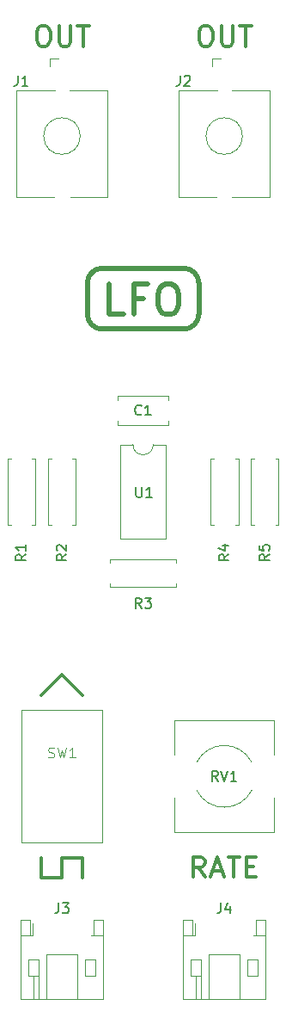
<source format=gbr>
%TF.GenerationSoftware,KiCad,Pcbnew,9.0.1*%
%TF.CreationDate,2025-06-14T19:42:15+10:00*%
%TF.ProjectId,LFO,4c464f2e-6b69-4636-9164-5f7063625858,rev?*%
%TF.SameCoordinates,Original*%
%TF.FileFunction,Legend,Top*%
%TF.FilePolarity,Positive*%
%FSLAX46Y46*%
G04 Gerber Fmt 4.6, Leading zero omitted, Abs format (unit mm)*
G04 Created by KiCad (PCBNEW 9.0.1) date 2025-06-14 19:42:15*
%MOMM*%
%LPD*%
G01*
G04 APERTURE LIST*
%ADD10C,0.500000*%
%ADD11C,0.300000*%
%ADD12C,0.150000*%
%ADD13C,0.100000*%
%ADD14C,0.120000*%
G04 APERTURE END LIST*
D10*
X154000000Y-77999999D02*
G75*
G02*
X155500001Y-79499999I0J-1500001D01*
G01*
D11*
X140000000Y-120000000D02*
X142000000Y-118000000D01*
D10*
X145999999Y-83999999D02*
X154000001Y-84000000D01*
X144499999Y-79499998D02*
X144499999Y-82499998D01*
X145999999Y-84000000D02*
G75*
G02*
X144500000Y-82500000I1J1500000D01*
G01*
D11*
X142000000Y-136000000D02*
X142000000Y-138000000D01*
X142000000Y-136000000D02*
X144000000Y-136000000D01*
D10*
X155500000Y-79499999D02*
X155500000Y-82499999D01*
D11*
X142000000Y-118000000D02*
X144000000Y-120000000D01*
D10*
X144499999Y-79499998D02*
G75*
G02*
X145999999Y-77999999I1500001J-2D01*
G01*
D11*
X140000000Y-136000000D02*
X140000000Y-138000000D01*
D10*
X146000000Y-77999998D02*
X154000000Y-77999999D01*
D11*
X140000000Y-138000000D02*
X142000000Y-138000000D01*
X144000000Y-136000000D02*
X144000000Y-138000000D01*
D10*
X155500001Y-82500000D02*
G75*
G02*
X154000001Y-84000001I-1500001J0D01*
G01*
D11*
X155999999Y-54159638D02*
X156380952Y-54159638D01*
X156380952Y-54159638D02*
X156571428Y-54254876D01*
X156571428Y-54254876D02*
X156761904Y-54445352D01*
X156761904Y-54445352D02*
X156857142Y-54826304D01*
X156857142Y-54826304D02*
X156857142Y-55492971D01*
X156857142Y-55492971D02*
X156761904Y-55873923D01*
X156761904Y-55873923D02*
X156571428Y-56064400D01*
X156571428Y-56064400D02*
X156380952Y-56159638D01*
X156380952Y-56159638D02*
X155999999Y-56159638D01*
X155999999Y-56159638D02*
X155809523Y-56064400D01*
X155809523Y-56064400D02*
X155619047Y-55873923D01*
X155619047Y-55873923D02*
X155523809Y-55492971D01*
X155523809Y-55492971D02*
X155523809Y-54826304D01*
X155523809Y-54826304D02*
X155619047Y-54445352D01*
X155619047Y-54445352D02*
X155809523Y-54254876D01*
X155809523Y-54254876D02*
X155999999Y-54159638D01*
X157714285Y-54159638D02*
X157714285Y-55778685D01*
X157714285Y-55778685D02*
X157809523Y-55969161D01*
X157809523Y-55969161D02*
X157904761Y-56064400D01*
X157904761Y-56064400D02*
X158095237Y-56159638D01*
X158095237Y-56159638D02*
X158476190Y-56159638D01*
X158476190Y-56159638D02*
X158666666Y-56064400D01*
X158666666Y-56064400D02*
X158761904Y-55969161D01*
X158761904Y-55969161D02*
X158857142Y-55778685D01*
X158857142Y-55778685D02*
X158857142Y-54159638D01*
X159523809Y-54159638D02*
X160666666Y-54159638D01*
X160095237Y-56159638D02*
X160095237Y-54159638D01*
X156095238Y-137909638D02*
X155428571Y-136957257D01*
X154952381Y-137909638D02*
X154952381Y-135909638D01*
X154952381Y-135909638D02*
X155714286Y-135909638D01*
X155714286Y-135909638D02*
X155904762Y-136004876D01*
X155904762Y-136004876D02*
X156000000Y-136100114D01*
X156000000Y-136100114D02*
X156095238Y-136290590D01*
X156095238Y-136290590D02*
X156095238Y-136576304D01*
X156095238Y-136576304D02*
X156000000Y-136766780D01*
X156000000Y-136766780D02*
X155904762Y-136862019D01*
X155904762Y-136862019D02*
X155714286Y-136957257D01*
X155714286Y-136957257D02*
X154952381Y-136957257D01*
X156857143Y-137338209D02*
X157809524Y-137338209D01*
X156666667Y-137909638D02*
X157333333Y-135909638D01*
X157333333Y-135909638D02*
X158000000Y-137909638D01*
X158380953Y-135909638D02*
X159523810Y-135909638D01*
X158952381Y-137909638D02*
X158952381Y-135909638D01*
X160190477Y-136862019D02*
X160857144Y-136862019D01*
X161142858Y-137909638D02*
X160190477Y-137909638D01*
X160190477Y-137909638D02*
X160190477Y-135909638D01*
X160190477Y-135909638D02*
X161142858Y-135909638D01*
D10*
X148071429Y-82561857D02*
X146642857Y-82561857D01*
X146642857Y-82561857D02*
X146642857Y-79561857D01*
X150071428Y-80990428D02*
X149071428Y-80990428D01*
X149071428Y-82561857D02*
X149071428Y-79561857D01*
X149071428Y-79561857D02*
X150500000Y-79561857D01*
X152214286Y-79561857D02*
X152785714Y-79561857D01*
X152785714Y-79561857D02*
X153071429Y-79704714D01*
X153071429Y-79704714D02*
X153357143Y-79990428D01*
X153357143Y-79990428D02*
X153500000Y-80561857D01*
X153500000Y-80561857D02*
X153500000Y-81561857D01*
X153500000Y-81561857D02*
X153357143Y-82133285D01*
X153357143Y-82133285D02*
X153071429Y-82419000D01*
X153071429Y-82419000D02*
X152785714Y-82561857D01*
X152785714Y-82561857D02*
X152214286Y-82561857D01*
X152214286Y-82561857D02*
X151928572Y-82419000D01*
X151928572Y-82419000D02*
X151642857Y-82133285D01*
X151642857Y-82133285D02*
X151500000Y-81561857D01*
X151500000Y-81561857D02*
X151500000Y-80561857D01*
X151500000Y-80561857D02*
X151642857Y-79990428D01*
X151642857Y-79990428D02*
X151928572Y-79704714D01*
X151928572Y-79704714D02*
X152214286Y-79561857D01*
D11*
X139999999Y-54159638D02*
X140380952Y-54159638D01*
X140380952Y-54159638D02*
X140571428Y-54254876D01*
X140571428Y-54254876D02*
X140761904Y-54445352D01*
X140761904Y-54445352D02*
X140857142Y-54826304D01*
X140857142Y-54826304D02*
X140857142Y-55492971D01*
X140857142Y-55492971D02*
X140761904Y-55873923D01*
X140761904Y-55873923D02*
X140571428Y-56064400D01*
X140571428Y-56064400D02*
X140380952Y-56159638D01*
X140380952Y-56159638D02*
X139999999Y-56159638D01*
X139999999Y-56159638D02*
X139809523Y-56064400D01*
X139809523Y-56064400D02*
X139619047Y-55873923D01*
X139619047Y-55873923D02*
X139523809Y-55492971D01*
X139523809Y-55492971D02*
X139523809Y-54826304D01*
X139523809Y-54826304D02*
X139619047Y-54445352D01*
X139619047Y-54445352D02*
X139809523Y-54254876D01*
X139809523Y-54254876D02*
X139999999Y-54159638D01*
X141714285Y-54159638D02*
X141714285Y-55778685D01*
X141714285Y-55778685D02*
X141809523Y-55969161D01*
X141809523Y-55969161D02*
X141904761Y-56064400D01*
X141904761Y-56064400D02*
X142095237Y-56159638D01*
X142095237Y-56159638D02*
X142476190Y-56159638D01*
X142476190Y-56159638D02*
X142666666Y-56064400D01*
X142666666Y-56064400D02*
X142761904Y-55969161D01*
X142761904Y-55969161D02*
X142857142Y-55778685D01*
X142857142Y-55778685D02*
X142857142Y-54159638D01*
X143523809Y-54159638D02*
X144666666Y-54159638D01*
X144095237Y-56159638D02*
X144095237Y-54159638D01*
D12*
X162454819Y-106166666D02*
X161978628Y-106499999D01*
X162454819Y-106738094D02*
X161454819Y-106738094D01*
X161454819Y-106738094D02*
X161454819Y-106357142D01*
X161454819Y-106357142D02*
X161502438Y-106261904D01*
X161502438Y-106261904D02*
X161550057Y-106214285D01*
X161550057Y-106214285D02*
X161645295Y-106166666D01*
X161645295Y-106166666D02*
X161788152Y-106166666D01*
X161788152Y-106166666D02*
X161883390Y-106214285D01*
X161883390Y-106214285D02*
X161931009Y-106261904D01*
X161931009Y-106261904D02*
X161978628Y-106357142D01*
X161978628Y-106357142D02*
X161978628Y-106738094D01*
X161454819Y-105261904D02*
X161454819Y-105738094D01*
X161454819Y-105738094D02*
X161931009Y-105785713D01*
X161931009Y-105785713D02*
X161883390Y-105738094D01*
X161883390Y-105738094D02*
X161835771Y-105642856D01*
X161835771Y-105642856D02*
X161835771Y-105404761D01*
X161835771Y-105404761D02*
X161883390Y-105309523D01*
X161883390Y-105309523D02*
X161931009Y-105261904D01*
X161931009Y-105261904D02*
X162026247Y-105214285D01*
X162026247Y-105214285D02*
X162264342Y-105214285D01*
X162264342Y-105214285D02*
X162359580Y-105261904D01*
X162359580Y-105261904D02*
X162407200Y-105309523D01*
X162407200Y-105309523D02*
X162454819Y-105404761D01*
X162454819Y-105404761D02*
X162454819Y-105642856D01*
X162454819Y-105642856D02*
X162407200Y-105738094D01*
X162407200Y-105738094D02*
X162359580Y-105785713D01*
X149833333Y-111454819D02*
X149500000Y-110978628D01*
X149261905Y-111454819D02*
X149261905Y-110454819D01*
X149261905Y-110454819D02*
X149642857Y-110454819D01*
X149642857Y-110454819D02*
X149738095Y-110502438D01*
X149738095Y-110502438D02*
X149785714Y-110550057D01*
X149785714Y-110550057D02*
X149833333Y-110645295D01*
X149833333Y-110645295D02*
X149833333Y-110788152D01*
X149833333Y-110788152D02*
X149785714Y-110883390D01*
X149785714Y-110883390D02*
X149738095Y-110931009D01*
X149738095Y-110931009D02*
X149642857Y-110978628D01*
X149642857Y-110978628D02*
X149261905Y-110978628D01*
X150166667Y-110454819D02*
X150785714Y-110454819D01*
X150785714Y-110454819D02*
X150452381Y-110835771D01*
X150452381Y-110835771D02*
X150595238Y-110835771D01*
X150595238Y-110835771D02*
X150690476Y-110883390D01*
X150690476Y-110883390D02*
X150738095Y-110931009D01*
X150738095Y-110931009D02*
X150785714Y-111026247D01*
X150785714Y-111026247D02*
X150785714Y-111264342D01*
X150785714Y-111264342D02*
X150738095Y-111359580D01*
X150738095Y-111359580D02*
X150690476Y-111407200D01*
X150690476Y-111407200D02*
X150595238Y-111454819D01*
X150595238Y-111454819D02*
X150309524Y-111454819D01*
X150309524Y-111454819D02*
X150214286Y-111407200D01*
X150214286Y-111407200D02*
X150166667Y-111359580D01*
X138454819Y-106166666D02*
X137978628Y-106499999D01*
X138454819Y-106738094D02*
X137454819Y-106738094D01*
X137454819Y-106738094D02*
X137454819Y-106357142D01*
X137454819Y-106357142D02*
X137502438Y-106261904D01*
X137502438Y-106261904D02*
X137550057Y-106214285D01*
X137550057Y-106214285D02*
X137645295Y-106166666D01*
X137645295Y-106166666D02*
X137788152Y-106166666D01*
X137788152Y-106166666D02*
X137883390Y-106214285D01*
X137883390Y-106214285D02*
X137931009Y-106261904D01*
X137931009Y-106261904D02*
X137978628Y-106357142D01*
X137978628Y-106357142D02*
X137978628Y-106738094D01*
X138454819Y-105214285D02*
X138454819Y-105785713D01*
X138454819Y-105499999D02*
X137454819Y-105499999D01*
X137454819Y-105499999D02*
X137597676Y-105595237D01*
X137597676Y-105595237D02*
X137692914Y-105690475D01*
X137692914Y-105690475D02*
X137740533Y-105785713D01*
X158454819Y-106166666D02*
X157978628Y-106499999D01*
X158454819Y-106738094D02*
X157454819Y-106738094D01*
X157454819Y-106738094D02*
X157454819Y-106357142D01*
X157454819Y-106357142D02*
X157502438Y-106261904D01*
X157502438Y-106261904D02*
X157550057Y-106214285D01*
X157550057Y-106214285D02*
X157645295Y-106166666D01*
X157645295Y-106166666D02*
X157788152Y-106166666D01*
X157788152Y-106166666D02*
X157883390Y-106214285D01*
X157883390Y-106214285D02*
X157931009Y-106261904D01*
X157931009Y-106261904D02*
X157978628Y-106357142D01*
X157978628Y-106357142D02*
X157978628Y-106738094D01*
X157788152Y-105309523D02*
X158454819Y-105309523D01*
X157407200Y-105547618D02*
X158121485Y-105785713D01*
X158121485Y-105785713D02*
X158121485Y-105166666D01*
X142454819Y-106166666D02*
X141978628Y-106499999D01*
X142454819Y-106738094D02*
X141454819Y-106738094D01*
X141454819Y-106738094D02*
X141454819Y-106357142D01*
X141454819Y-106357142D02*
X141502438Y-106261904D01*
X141502438Y-106261904D02*
X141550057Y-106214285D01*
X141550057Y-106214285D02*
X141645295Y-106166666D01*
X141645295Y-106166666D02*
X141788152Y-106166666D01*
X141788152Y-106166666D02*
X141883390Y-106214285D01*
X141883390Y-106214285D02*
X141931009Y-106261904D01*
X141931009Y-106261904D02*
X141978628Y-106357142D01*
X141978628Y-106357142D02*
X141978628Y-106738094D01*
X141550057Y-105785713D02*
X141502438Y-105738094D01*
X141502438Y-105738094D02*
X141454819Y-105642856D01*
X141454819Y-105642856D02*
X141454819Y-105404761D01*
X141454819Y-105404761D02*
X141502438Y-105309523D01*
X141502438Y-105309523D02*
X141550057Y-105261904D01*
X141550057Y-105261904D02*
X141645295Y-105214285D01*
X141645295Y-105214285D02*
X141740533Y-105214285D01*
X141740533Y-105214285D02*
X141883390Y-105261904D01*
X141883390Y-105261904D02*
X142454819Y-105833332D01*
X142454819Y-105833332D02*
X142454819Y-105214285D01*
X157404761Y-128454819D02*
X157071428Y-127978628D01*
X156833333Y-128454819D02*
X156833333Y-127454819D01*
X156833333Y-127454819D02*
X157214285Y-127454819D01*
X157214285Y-127454819D02*
X157309523Y-127502438D01*
X157309523Y-127502438D02*
X157357142Y-127550057D01*
X157357142Y-127550057D02*
X157404761Y-127645295D01*
X157404761Y-127645295D02*
X157404761Y-127788152D01*
X157404761Y-127788152D02*
X157357142Y-127883390D01*
X157357142Y-127883390D02*
X157309523Y-127931009D01*
X157309523Y-127931009D02*
X157214285Y-127978628D01*
X157214285Y-127978628D02*
X156833333Y-127978628D01*
X157690476Y-127454819D02*
X158023809Y-128454819D01*
X158023809Y-128454819D02*
X158357142Y-127454819D01*
X159214285Y-128454819D02*
X158642857Y-128454819D01*
X158928571Y-128454819D02*
X158928571Y-127454819D01*
X158928571Y-127454819D02*
X158833333Y-127597676D01*
X158833333Y-127597676D02*
X158738095Y-127692914D01*
X158738095Y-127692914D02*
X158642857Y-127740533D01*
X141666666Y-140454819D02*
X141666666Y-141169104D01*
X141666666Y-141169104D02*
X141619047Y-141311961D01*
X141619047Y-141311961D02*
X141523809Y-141407200D01*
X141523809Y-141407200D02*
X141380952Y-141454819D01*
X141380952Y-141454819D02*
X141285714Y-141454819D01*
X142047619Y-140454819D02*
X142666666Y-140454819D01*
X142666666Y-140454819D02*
X142333333Y-140835771D01*
X142333333Y-140835771D02*
X142476190Y-140835771D01*
X142476190Y-140835771D02*
X142571428Y-140883390D01*
X142571428Y-140883390D02*
X142619047Y-140931009D01*
X142619047Y-140931009D02*
X142666666Y-141026247D01*
X142666666Y-141026247D02*
X142666666Y-141264342D01*
X142666666Y-141264342D02*
X142619047Y-141359580D01*
X142619047Y-141359580D02*
X142571428Y-141407200D01*
X142571428Y-141407200D02*
X142476190Y-141454819D01*
X142476190Y-141454819D02*
X142190476Y-141454819D01*
X142190476Y-141454819D02*
X142095238Y-141407200D01*
X142095238Y-141407200D02*
X142047619Y-141359580D01*
X157666666Y-140454819D02*
X157666666Y-141169104D01*
X157666666Y-141169104D02*
X157619047Y-141311961D01*
X157619047Y-141311961D02*
X157523809Y-141407200D01*
X157523809Y-141407200D02*
X157380952Y-141454819D01*
X157380952Y-141454819D02*
X157285714Y-141454819D01*
X158571428Y-140788152D02*
X158571428Y-141454819D01*
X158333333Y-140407200D02*
X158095238Y-141121485D01*
X158095238Y-141121485D02*
X158714285Y-141121485D01*
X137636666Y-59054819D02*
X137636666Y-59769104D01*
X137636666Y-59769104D02*
X137589047Y-59911961D01*
X137589047Y-59911961D02*
X137493809Y-60007200D01*
X137493809Y-60007200D02*
X137350952Y-60054819D01*
X137350952Y-60054819D02*
X137255714Y-60054819D01*
X138636666Y-60054819D02*
X138065238Y-60054819D01*
X138350952Y-60054819D02*
X138350952Y-59054819D01*
X138350952Y-59054819D02*
X138255714Y-59197676D01*
X138255714Y-59197676D02*
X138160476Y-59292914D01*
X138160476Y-59292914D02*
X138065238Y-59340533D01*
X153636666Y-59054819D02*
X153636666Y-59769104D01*
X153636666Y-59769104D02*
X153589047Y-59911961D01*
X153589047Y-59911961D02*
X153493809Y-60007200D01*
X153493809Y-60007200D02*
X153350952Y-60054819D01*
X153350952Y-60054819D02*
X153255714Y-60054819D01*
X154065238Y-59150057D02*
X154112857Y-59102438D01*
X154112857Y-59102438D02*
X154208095Y-59054819D01*
X154208095Y-59054819D02*
X154446190Y-59054819D01*
X154446190Y-59054819D02*
X154541428Y-59102438D01*
X154541428Y-59102438D02*
X154589047Y-59150057D01*
X154589047Y-59150057D02*
X154636666Y-59245295D01*
X154636666Y-59245295D02*
X154636666Y-59340533D01*
X154636666Y-59340533D02*
X154589047Y-59483390D01*
X154589047Y-59483390D02*
X154017619Y-60054819D01*
X154017619Y-60054819D02*
X154636666Y-60054819D01*
D13*
X140666667Y-126109800D02*
X140809524Y-126157419D01*
X140809524Y-126157419D02*
X141047619Y-126157419D01*
X141047619Y-126157419D02*
X141142857Y-126109800D01*
X141142857Y-126109800D02*
X141190476Y-126062180D01*
X141190476Y-126062180D02*
X141238095Y-125966942D01*
X141238095Y-125966942D02*
X141238095Y-125871704D01*
X141238095Y-125871704D02*
X141190476Y-125776466D01*
X141190476Y-125776466D02*
X141142857Y-125728847D01*
X141142857Y-125728847D02*
X141047619Y-125681228D01*
X141047619Y-125681228D02*
X140857143Y-125633609D01*
X140857143Y-125633609D02*
X140761905Y-125585990D01*
X140761905Y-125585990D02*
X140714286Y-125538371D01*
X140714286Y-125538371D02*
X140666667Y-125443133D01*
X140666667Y-125443133D02*
X140666667Y-125347895D01*
X140666667Y-125347895D02*
X140714286Y-125252657D01*
X140714286Y-125252657D02*
X140761905Y-125205038D01*
X140761905Y-125205038D02*
X140857143Y-125157419D01*
X140857143Y-125157419D02*
X141095238Y-125157419D01*
X141095238Y-125157419D02*
X141238095Y-125205038D01*
X141571429Y-125157419D02*
X141809524Y-126157419D01*
X141809524Y-126157419D02*
X142000000Y-125443133D01*
X142000000Y-125443133D02*
X142190476Y-126157419D01*
X142190476Y-126157419D02*
X142428572Y-125157419D01*
X143333333Y-126157419D02*
X142761905Y-126157419D01*
X143047619Y-126157419D02*
X143047619Y-125157419D01*
X143047619Y-125157419D02*
X142952381Y-125300276D01*
X142952381Y-125300276D02*
X142857143Y-125395514D01*
X142857143Y-125395514D02*
X142761905Y-125443133D01*
D12*
X149303095Y-99524819D02*
X149303095Y-100334342D01*
X149303095Y-100334342D02*
X149350714Y-100429580D01*
X149350714Y-100429580D02*
X149398333Y-100477200D01*
X149398333Y-100477200D02*
X149493571Y-100524819D01*
X149493571Y-100524819D02*
X149684047Y-100524819D01*
X149684047Y-100524819D02*
X149779285Y-100477200D01*
X149779285Y-100477200D02*
X149826904Y-100429580D01*
X149826904Y-100429580D02*
X149874523Y-100334342D01*
X149874523Y-100334342D02*
X149874523Y-99524819D01*
X150874523Y-100524819D02*
X150303095Y-100524819D01*
X150588809Y-100524819D02*
X150588809Y-99524819D01*
X150588809Y-99524819D02*
X150493571Y-99667676D01*
X150493571Y-99667676D02*
X150398333Y-99762914D01*
X150398333Y-99762914D02*
X150303095Y-99810533D01*
X149833333Y-92359581D02*
X149785714Y-92407201D01*
X149785714Y-92407201D02*
X149642857Y-92454820D01*
X149642857Y-92454820D02*
X149547619Y-92454820D01*
X149547619Y-92454820D02*
X149404762Y-92407201D01*
X149404762Y-92407201D02*
X149309524Y-92311962D01*
X149309524Y-92311962D02*
X149261905Y-92216724D01*
X149261905Y-92216724D02*
X149214286Y-92026248D01*
X149214286Y-92026248D02*
X149214286Y-91883391D01*
X149214286Y-91883391D02*
X149261905Y-91692915D01*
X149261905Y-91692915D02*
X149309524Y-91597677D01*
X149309524Y-91597677D02*
X149404762Y-91502439D01*
X149404762Y-91502439D02*
X149547619Y-91454820D01*
X149547619Y-91454820D02*
X149642857Y-91454820D01*
X149642857Y-91454820D02*
X149785714Y-91502439D01*
X149785714Y-91502439D02*
X149833333Y-91550058D01*
X150785714Y-92454820D02*
X150214286Y-92454820D01*
X150500000Y-92454820D02*
X150500000Y-91454820D01*
X150500000Y-91454820D02*
X150404762Y-91597677D01*
X150404762Y-91597677D02*
X150309524Y-91692915D01*
X150309524Y-91692915D02*
X150214286Y-91740534D01*
D14*
%TO.C,R5*%
X163370000Y-96730000D02*
X163370000Y-103270000D01*
X163040000Y-96730000D02*
X163370000Y-96730000D01*
X160960000Y-96730000D02*
X160630000Y-96730000D01*
X160630000Y-96730000D02*
X160630000Y-103270000D01*
X163370000Y-103270000D02*
X163040000Y-103270000D01*
X160630000Y-103270000D02*
X160960000Y-103270000D01*
%TO.C,R3*%
X146730000Y-106630000D02*
X153270000Y-106630000D01*
X146730000Y-106960000D02*
X146730000Y-106630000D01*
X146730000Y-109040000D02*
X146730000Y-109370000D01*
X146730000Y-109370000D02*
X153270000Y-109370000D01*
X153270000Y-106630000D02*
X153270000Y-106960000D01*
X153270000Y-109370000D02*
X153270000Y-109040000D01*
%TO.C,R1*%
X139370000Y-96730000D02*
X139370000Y-103270000D01*
X139040000Y-96730000D02*
X139370000Y-96730000D01*
X136960000Y-96730000D02*
X136630000Y-96730000D01*
X136630000Y-96730000D02*
X136630000Y-103270000D01*
X139370000Y-103270000D02*
X139040000Y-103270000D01*
X136630000Y-103270000D02*
X136960000Y-103270000D01*
%TO.C,R4*%
X159420000Y-96730000D02*
X159420000Y-103270000D01*
X159090000Y-96730000D02*
X159420000Y-96730000D01*
X157010000Y-96730000D02*
X156680000Y-96730000D01*
X156680000Y-96730000D02*
X156680000Y-103270000D01*
X159420000Y-103270000D02*
X159090000Y-103270000D01*
X156680000Y-103270000D02*
X157010000Y-103270000D01*
%TO.C,R2*%
X140630000Y-103270000D02*
X140630000Y-96730000D01*
X140960000Y-103270000D02*
X140630000Y-103270000D01*
X143040000Y-103270000D02*
X143370000Y-103270000D01*
X143370000Y-103270000D02*
X143370000Y-96730000D01*
X140630000Y-96730000D02*
X140960000Y-96730000D01*
X143370000Y-96730000D02*
X143040000Y-96730000D01*
%TO.C,RV1*%
X162900000Y-130099999D02*
X162899999Y-133500000D01*
X162899999Y-122500000D02*
X162899999Y-125900000D01*
X162899999Y-122500000D02*
X153100001Y-122500000D01*
X153100001Y-133500000D02*
X162899999Y-133500000D01*
X153100001Y-130100000D02*
X153100001Y-133500000D01*
X153100001Y-122500000D02*
X153100000Y-125900001D01*
X160720293Y-129360147D02*
G75*
G02*
X155300001Y-129399999I-2720293J1360147D01*
G01*
X155279707Y-126639853D02*
G75*
G02*
X160699999Y-126600001I2720293J-1360147D01*
G01*
%TO.C,J3*%
X137940000Y-142090000D02*
X137940000Y-149910000D01*
X137940000Y-143690000D02*
X138860000Y-143690000D01*
X137940000Y-149910000D02*
X146060000Y-149910000D01*
X138700000Y-146050000D02*
X138700000Y-147650000D01*
X138700000Y-147650000D02*
X139700000Y-147650000D01*
X138860000Y-142090000D02*
X137940000Y-142090000D01*
X138860000Y-143690000D02*
X138860000Y-142090000D01*
X139140000Y-143690000D02*
X138860000Y-143690000D01*
X139140000Y-143690000D02*
X139140000Y-142475000D01*
X139200000Y-147650000D02*
X139200000Y-149910000D01*
X139700000Y-146050000D02*
X138700000Y-146050000D01*
X139700000Y-147650000D02*
X139700000Y-146050000D01*
X139700000Y-147650000D02*
X139700000Y-149910000D01*
X140500000Y-145550000D02*
X143500000Y-145550000D01*
X140500000Y-149910000D02*
X140500000Y-145550000D01*
X143500000Y-145550000D02*
X143500000Y-149910000D01*
X144300000Y-146050000D02*
X145300000Y-146050000D01*
X144300000Y-147650000D02*
X144300000Y-146050000D01*
X145140000Y-142090000D02*
X145140000Y-143690000D01*
X145140000Y-143690000D02*
X144860000Y-143690000D01*
X145300000Y-146050000D02*
X145300000Y-147650000D01*
X145300000Y-147650000D02*
X144300000Y-147650000D01*
X146060000Y-142090000D02*
X145140000Y-142090000D01*
X146060000Y-143690000D02*
X145140000Y-143690000D01*
X146060000Y-149910000D02*
X146060000Y-142090000D01*
%TO.C,J4*%
X153940000Y-142090000D02*
X153940000Y-149910000D01*
X153940000Y-143690000D02*
X154860000Y-143690000D01*
X153940000Y-149910000D02*
X162060000Y-149910000D01*
X154700000Y-146050000D02*
X154700000Y-147650000D01*
X154700000Y-147650000D02*
X155700000Y-147650000D01*
X154860000Y-142090000D02*
X153940000Y-142090000D01*
X154860000Y-143690000D02*
X154860000Y-142090000D01*
X155140000Y-143690000D02*
X154860000Y-143690000D01*
X155140000Y-143690000D02*
X155140000Y-142475000D01*
X155200000Y-147650000D02*
X155200000Y-149910000D01*
X155700000Y-146050000D02*
X154700000Y-146050000D01*
X155700000Y-147650000D02*
X155700000Y-146050000D01*
X155700000Y-147650000D02*
X155700000Y-149910000D01*
X156500000Y-145550000D02*
X159500000Y-145550000D01*
X156500000Y-149910000D02*
X156500000Y-145550000D01*
X159500000Y-145550000D02*
X159500000Y-149910000D01*
X160300000Y-146050000D02*
X161300000Y-146050000D01*
X160300000Y-147650000D02*
X160300000Y-146050000D01*
X161140000Y-142090000D02*
X161140000Y-143690000D01*
X161140000Y-143690000D02*
X160860000Y-143690000D01*
X161300000Y-146050000D02*
X161300000Y-147650000D01*
X161300000Y-147650000D02*
X160300000Y-147650000D01*
X162060000Y-142090000D02*
X161140000Y-142090000D01*
X162060000Y-143690000D02*
X161140000Y-143690000D01*
X162060000Y-149910000D02*
X162060000Y-142090000D01*
%TO.C,J1*%
X146500000Y-71000000D02*
X142800000Y-71000000D01*
X146500000Y-60500000D02*
X146500000Y-71000000D01*
X146500000Y-60500000D02*
X142720000Y-60500000D01*
X141280000Y-60500000D02*
X137500000Y-60500000D01*
X141200000Y-71000000D02*
X137500000Y-71000000D01*
X140770000Y-57350000D02*
X141630000Y-57350000D01*
X140770000Y-57350000D02*
X140770000Y-58150000D01*
X137500000Y-60500000D02*
X137500000Y-71000000D01*
X143800000Y-65000000D02*
G75*
G02*
X140200000Y-65000000I-1800000J0D01*
G01*
X140200000Y-65000000D02*
G75*
G02*
X143800000Y-65000000I1800000J0D01*
G01*
%TO.C,J2*%
X162500000Y-71000000D02*
X158800000Y-71000000D01*
X162500000Y-60500000D02*
X162500000Y-71000000D01*
X162500000Y-60500000D02*
X158720000Y-60500000D01*
X157280000Y-60500000D02*
X153500000Y-60500000D01*
X157200000Y-71000000D02*
X153500000Y-71000000D01*
X156770000Y-57350000D02*
X157630000Y-57350000D01*
X156770000Y-57350000D02*
X156770000Y-58150000D01*
X153500000Y-60500000D02*
X153500000Y-71000000D01*
X159800000Y-65000000D02*
G75*
G02*
X156200000Y-65000000I-1800000J0D01*
G01*
X156200000Y-65000000D02*
G75*
G02*
X159800000Y-65000000I1800000J0D01*
G01*
%TO.C,SW1*%
D13*
X138000000Y-121500000D02*
X146000000Y-121500000D01*
X146000000Y-134500000D01*
X138000000Y-134500000D01*
X138000000Y-121500000D01*
D14*
%TO.C,U1*%
X147750000Y-95360000D02*
X147750000Y-104590000D01*
X147750000Y-104590000D02*
X152250000Y-104590000D01*
X149000000Y-95360000D02*
X147750000Y-95360000D01*
X152250000Y-95360000D02*
X151000000Y-95360000D01*
X152250000Y-104590000D02*
X152250000Y-95360000D01*
X151000000Y-95360000D02*
G75*
G02*
X149000000Y-95360000I-1000000J0D01*
G01*
%TO.C,C1*%
X147500000Y-90600000D02*
X152500000Y-90600000D01*
X147500000Y-91000000D02*
X147500000Y-90600000D01*
X147500000Y-93000000D02*
X147500000Y-93400000D01*
X147500000Y-93400000D02*
X152500000Y-93400000D01*
X152500000Y-90600000D02*
X152500000Y-91000000D01*
X152500000Y-93400000D02*
X152500000Y-93000000D01*
%TD*%
M02*

</source>
